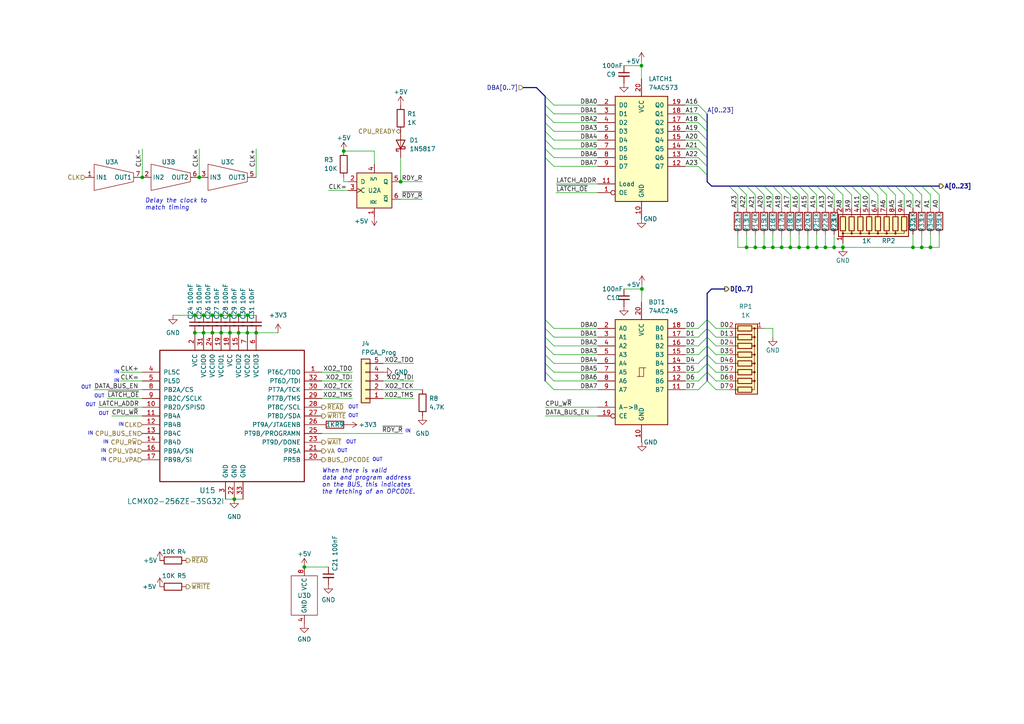
<source format=kicad_sch>
(kicad_sch (version 20211123) (generator eeschema)
  (paper "A4")
  (lib_symbols
    (symbol "74xx:74LS245" (pin_names (offset 1.016))
      (property "Reference" "U" (at -7.62 16.51 0))
      (property "Value" "74LS245" (at -7.62 -16.51 0))
      (symbol "74LS245_1_0"
        (pin input line (at -12.7 -10.16 0) (length 5.08) (name "A->B") (number "1"))
        (pin power_in line (at 0 -20.32 90) (length 5.08) (name "GND") (number "10"))
        (pin tri_state line (at 12.7 -5.08 180) (length 5.08) (name "B7") (number "11"))
        (pin tri_state line (at 12.7 -2.54 180) (length 5.08) (name "B6") (number "12"))
        (pin tri_state line (at 12.7 0 180) (length 5.08) (name "B5") (number "13"))
        (pin tri_state line (at 12.7 2.54 180) (length 5.08) (name "B4") (number "14"))
        (pin tri_state line (at 12.7 5.08 180) (length 5.08) (name "B3") (number "15"))
        (pin tri_state line (at 12.7 7.62 180) (length 5.08) (name "B2") (number "16"))
        (pin tri_state line (at 12.7 10.16 180) (length 5.08) (name "B1") (number "17"))
        (pin tri_state line (at 12.7 12.7 180) (length 5.08) (name "B0") (number "18"))
        (pin input inverted (at -12.7 -12.7 0) (length 5.08) (name "CE") (number "19"))
        (pin tri_state line (at -12.7 12.7 0) (length 5.08) (name "A0") (number "2"))
        (pin power_in line (at 0 20.32 270) (length 5.08) (name "VCC") (number "20"))
        (pin tri_state line (at -12.7 10.16 0) (length 5.08) (name "A1") (number "3"))
        (pin tri_state line (at -12.7 7.62 0) (length 5.08) (name "A2") (number "4"))
        (pin tri_state line (at -12.7 5.08 0) (length 5.08) (name "A3") (number "5"))
        (pin tri_state line (at -12.7 2.54 0) (length 5.08) (name "A4") (number "6"))
        (pin tri_state line (at -12.7 0 0) (length 5.08) (name "A5") (number "7"))
        (pin tri_state line (at -12.7 -2.54 0) (length 5.08) (name "A6") (number "8"))
        (pin tri_state line (at -12.7 -5.08 0) (length 5.08) (name "A7") (number "9"))
      )
    )
    (symbol "74xx:74LS573" (pin_names (offset 1.016))
      (property "Reference" "U" (at -7.62 16.51 0))
      (property "Value" "74LS573" (at -7.62 -16.51 0))
      (symbol "74LS573_1_0"
        (pin input inverted (at -12.7 -12.7 0) (length 5.08) (name "OE") (number "1"))
        (pin power_in line (at 0 -20.32 90) (length 5.08) (name "GND") (number "10"))
        (pin input line (at -12.7 -10.16 0) (length 5.08) (name "Load") (number "11"))
        (pin tri_state line (at 12.7 -5.08 180) (length 5.08) (name "Q7") (number "12"))
        (pin tri_state line (at 12.7 -2.54 180) (length 5.08) (name "Q6") (number "13"))
        (pin tri_state line (at 12.7 0 180) (length 5.08) (name "Q5") (number "14"))
        (pin tri_state line (at 12.7 2.54 180) (length 5.08) (name "Q4") (number "15"))
        (pin tri_state line (at 12.7 5.08 180) (length 5.08) (name "Q3") (number "16"))
        (pin tri_state line (at 12.7 7.62 180) (length 5.08) (name "Q2") (number "17"))
        (pin tri_state line (at 12.7 10.16 180) (length 5.08) (name "Q1") (number "18"))
        (pin tri_state line (at 12.7 12.7 180) (length 5.08) (name "Q0") (number "19"))
        (pin input line (at -12.7 12.7 0) (length 5.08) (name "D0") (number "2"))
        (pin power_in line (at 0 20.32 270) (length 5.08) (name "VCC") (number "20"))
        (pin input line (at -12.7 10.16 0) (length 5.08) (name "D1") (number "3"))
        (pin input line (at -12.7 7.62 0) (length 5.08) (name "D2") (number "4"))
        (pin input line (at -12.7 5.08 0) (length 5.08) (name "D3") (number "5"))
        (pin input line (at -12.7 2.54 0) (length 5.08) (name "D4") (number "6"))
        (pin input line (at -12.7 0 0) (length 5.08) (name "D5") (number "7"))
        (pin input line (at -12.7 -2.54 0) (length 5.08) (name "D6") (number "8"))
        (pin input line (at -12.7 -5.08 0) (length 5.08) (name "D7") (number "9"))
      )
    )
    (symbol "74xx:74LS74" (pin_names (offset 1.016))
      (property "Reference" "U" (at -7.62 8.89 0))
      (property "Value" "74LS74" (at -7.62 -8.89 0))
      (symbol "74LS74_1_0"
        (pin input line (at 0 -7.62 90) (length 2.54) (name "~{R}") (number "1"))
        (pin input line (at -7.62 2.54 0) (length 2.54) (name "D") (number "2"))
        (pin input clock (at -7.62 0 0) (length 2.54) (name "C") (number "3"))
        (pin input line (at 0 7.62 270) (length 2.54) (name "~{S}") (number "4"))
        (pin output line (at 7.62 2.54 180) (length 2.54) (name "Q") (number "5"))
        (pin output line (at 7.62 -2.54 180) (length 2.54) (name "~{Q}") (number "6"))
      )
      (symbol "74LS74_2_0"
        (pin input line (at 0 7.62 270) (length 2.54) (name "~{S}") (number "10"))
        (pin input clock (at -7.62 0 0) (length 2.54) (name "C") (number "11"))
        (pin input line (at -7.62 2.54 0) (length 2.54) (name "D") (number "12"))
        (pin input line (at 0 -7.62 90) (length 2.54) (name "~{R}") (number "13"))
        (pin output line (at 7.62 -2.54 180) (length 2.54) (name "~{Q}") (number "8"))
        (pin output line (at 7.62 2.54 180) (length 2.54) (name "Q") (number "9"))
      )
      (symbol "74LS74_3_0"
        (pin power_in line (at 0 10.16 270) (length 2.54) (name "VCC") (number "14"))
        (pin power_in line (at 0 -10.16 90) (length 2.54) (name "GND") (number "7"))
      )
    )
    (symbol "Connector_Generic:Conn_01x05" (pin_names (offset 1.016) hide)
      (property "Reference" "J" (at 0 7.62 0))
      (property "Value" "Conn_01x05" (at 0 -7.62 0))
      (symbol "Conn_01x05_1_1"
        (pin passive line (at -5.08 5.08 0) (length 3.81) (name "Pin_1") (number "1"))
        (pin passive line (at -5.08 2.54 0) (length 3.81) (name "Pin_2") (number "2"))
        (pin passive line (at -5.08 0 0) (length 3.81) (name "Pin_3") (number "3"))
        (pin passive line (at -5.08 -2.54 0) (length 3.81) (name "Pin_4") (number "4"))
        (pin passive line (at -5.08 -5.08 0) (length 3.81) (name "Pin_5") (number "5"))
      )
    )
    (symbol "Custom:DS1135Z"
      (property "Reference" "U" (at 0 6.35 0))
      (property "Value" "DS1135Z" (at 0 -5.08 0))
      (symbol "DS1135Z_1_1"
        (pin input line (at -7.62 0 0) (length 2.54) (name "IN1") (number "1"))
        (pin output line (at 8.89 0 180) (length 2.54) (name "OUT1") (number "7"))
      )
      (symbol "DS1135Z_2_1"
        (pin input line (at -7.62 0 0) (length 2.54) (name "IN2") (number "2"))
        (pin output line (at 8.89 0 180) (length 2.54) (name "OUT2") (number "6"))
      )
      (symbol "DS1135Z_3_1"
        (pin input line (at -7.62 0 0) (length 2.54) (name "IN3") (number "3"))
        (pin output line (at 8.89 0 180) (length 2.54) (name "OUT3") (number "5"))
      )
      (symbol "DS1135Z_4_1"
        (pin input line (at -8.255 0.635 0) (length 2.54) (name "GND") (number "4"))
        (pin input line (at 8.255 0.635 180) (length 2.54) (name "VCC") (number "8"))
      )
    )
    (symbol "Custom:﻿MachXO2-256-QFN32" (pin_names (offset 1.016))
      (property "Reference" "U" (at 8.89 24.13 0))
      (property "Value" "﻿MachXO2-256-QFN32" (at 8.89 21.59 0))
      (symbol "﻿MachXO2-256-QFN32_1_1"
        (pin bidirectional line (at 25.4 12.7 180) (length 5.08) (name "PT6C/TDO") (number "1"))
        (pin bidirectional line (at -26.67 2.54 0) (length 5.08) (name "PB2D/SPISO") (number "10"))
        (pin bidirectional line (at -26.67 0 0) (length 5.08) (name "PB4A") (number "11"))
        (pin bidirectional line (at -26.67 -2.54 0) (length 5.08) (name "PB4B") (number "12"))
        (pin bidirectional line (at -26.67 -5.08 0) (length 5.08) (name "PB4C") (number "13"))
        (pin bidirectional line (at -26.67 -7.62 0) (length 5.08) (name "PB4D") (number "14"))
        (pin bidirectional line (at 1.27 24.13 270) (length 5.08) (name "VCCIO2") (number "15"))
        (pin bidirectional line (at -26.67 -10.16 0) (length 5.08) (name "PB9A/SN") (number "16"))
        (pin bidirectional line (at -26.67 -12.7 0) (length 5.08) (name "PB9B/SI") (number "17"))
        (pin bidirectional line (at -1.27 24.13 270) (length 5.08) (name "VCC") (number "18"))
        (pin bidirectional line (at -3.81 24.13 270) (length 5.08) (name "VCCIO1") (number "19"))
        (pin bidirectional line (at -11.43 24.13 270) (length 5.08) (name "VCC") (number "2"))
        (pin bidirectional line (at 25.4 -12.7 180) (length 5.08) (name "PR5B") (number "20"))
        (pin bidirectional line (at 25.4 -10.16 180) (length 5.08) (name "PR5A") (number "21"))
        (pin bidirectional line (at 0 -24.13 90) (length 5.08) (name "GND") (number "22"))
        (pin bidirectional line (at 25.4 -7.62 180) (length 5.08) (name "PT9D/DONE") (number "23"))
        (pin bidirectional line (at -6.35 24.13 270) (length 5.08) (name "VCCIO0") (number "24"))
        (pin bidirectional line (at 25.4 -5.08 180) (length 5.08) (name "PT9B/PROGRAMN") (number "25"))
        (pin bidirectional line (at 25.4 -2.54 180) (length 5.08) (name "PT9A/JTAGENB") (number "26"))
        (pin bidirectional line (at 25.4 0 180) (length 5.08) (name "PT8D/SDA") (number "27"))
        (pin bidirectional line (at 25.4 2.54 180) (length 5.08) (name "PT8C/SCL") (number "28"))
        (pin bidirectional line (at 25.4 5.08 180) (length 5.08) (name "PT7B/TMS") (number "29"))
        (pin bidirectional line (at -2.54 -24.13 90) (length 5.08) (name "GND") (number "3"))
        (pin bidirectional line (at 25.4 7.62 180) (length 5.08) (name "PT7A/TCK") (number "30"))
        (pin bidirectional line (at -8.89 24.13 270) (length 5.08) (name "VCCIO0") (number "31"))
        (pin bidirectional line (at 25.4 10.16 180) (length 5.08) (name "PT6D/TDI") (number "32"))
        (pin passive line (at 2.54 -24.13 90) (length 5.08) (name "GND") (number "33"))
        (pin bidirectional line (at -26.67 12.7 0) (length 5.08) (name "PL5C") (number "4"))
        (pin bidirectional line (at -26.67 10.16 0) (length 5.08) (name "PL5D") (number "5"))
        (pin bidirectional line (at 6.35 24.13 270) (length 5.08) (name "VCCIO3") (number "6"))
        (pin bidirectional line (at 3.81 24.13 270) (length 5.08) (name "VCCIO2") (number "7"))
        (pin bidirectional line (at -26.67 7.62 0) (length 5.08) (name "PB2A/CS") (number "8"))
        (pin bidirectional line (at -26.67 5.08 0) (length 5.08) (name "PB2C/SCLK") (number "9"))
      )
    )
    (symbol "DS1135Z_1"
      (property "Reference" "U" (at 0 6.35 0))
      (property "Value" "DS1135Z_1" (at 0 -5.08 0))
      (symbol "DS1135Z_1_1_1"
        (pin input line (at -7.62 0 0) (length 2.54) (name "IN1") (number "1"))
        (pin output line (at 8.89 0 180) (length 2.54) (name "OUT1") (number "7"))
      )
      (symbol "DS1135Z_1_2_1"
        (pin input line (at -7.62 0 0) (length 2.54) (name "IN2") (number "2"))
        (pin output line (at 8.89 0 180) (length 2.54) (name "OUT2") (number "6"))
      )
      (symbol "DS1135Z_1_3_1"
        (pin input line (at -7.62 0 0) (length 2.54) (name "IN3") (number "3"))
        (pin output line (at 8.89 0 180) (length 2.54) (name "OUT3") (number "5"))
      )
      (symbol "DS1135Z_1_4_1"
        (pin input line (at -8.255 0.635 0) (length 2.54) (name "GND") (number "4"))
        (pin input line (at 8.255 0.635 180) (length 2.54) (name "VCC") (number "8"))
      )
    )
    (symbol "Device:C_Small" (pin_numbers hide) (pin_names (offset 0.254) hide)
      (property "Reference" "C" (at 0.254 1.778 0))
      (property "Value" "C_Small" (at 0.254 -2.032 0))
      (symbol "C_Small_1_1"
        (pin passive line (at 0 2.54 270) (length 2.032) (name "~") (number "1"))
        (pin passive line (at 0 -2.54 90) (length 2.032) (name "~") (number "2"))
      )
    )
    (symbol "Device:D_Schottky" (pin_numbers hide) (pin_names (offset 1.016) hide)
      (property "Reference" "D" (at 0 2.54 0))
      (property "Value" "D_Schottky" (at 0 -2.54 0))
      (symbol "D_Schottky_1_1"
        (pin passive line (at -3.81 0 0) (length 2.54) (name "K") (number "1"))
        (pin passive line (at 3.81 0 180) (length 2.54) (name "A") (number "2"))
      )
    )
    (symbol "Device:R" (pin_numbers hide) (pin_names (offset 0))
      (property "Reference" "R" (at 2.032 0 90))
      (property "Value" "R" (at 0 0 90))
      (symbol "R_1_1"
        (pin passive line (at 0 3.81 270) (length 1.27) (name "~") (number "1"))
        (pin passive line (at 0 -3.81 90) (length 1.27) (name "~") (number "2"))
      )
    )
    (symbol "Device:R_Network08" (pin_names (offset 0) hide)
      (property "Reference" "RN" (at -12.7 0 90))
      (property "Value" "R_Network08" (at 10.16 0 90))
      (symbol "R_Network08_1_1"
        (pin passive line (at -10.16 5.08 270) (length 2.54) (name "common") (number "1"))
        (pin passive line (at -10.16 -5.08 90) (length 1.27) (name "R1") (number "2"))
        (pin passive line (at -7.62 -5.08 90) (length 1.27) (name "R2") (number "3"))
        (pin passive line (at -5.08 -5.08 90) (length 1.27) (name "R3") (number "4"))
        (pin passive line (at -2.54 -5.08 90) (length 1.27) (name "R4") (number "5"))
        (pin passive line (at 0 -5.08 90) (length 1.27) (name "R5") (number "6"))
        (pin passive line (at 2.54 -5.08 90) (length 1.27) (name "R6") (number "7"))
        (pin passive line (at 5.08 -5.08 90) (length 1.27) (name "R7") (number "8"))
        (pin passive line (at 7.62 -5.08 90) (length 1.27) (name "R8") (number "9"))
      )
    )
    (symbol "power:+3.3V" (power) (pin_names (offset 0))
      (property "Value" "+3.3V" (at 0 3.556 0))
      (symbol "+3.3V_1_1"
        (pin power_in line (at 0 0 90) (length 0) hide (name "+3V3") (number "1"))
      )
    )
    (symbol "power:+5V" (power) (pin_names (offset 0))
      (property "Value" "+5V" (at 0 3.556 0))
      (symbol "+5V_1_1"
        (pin power_in line (at 0 0 90) (length 0) hide (name "+5V") (number "1"))
      )
    )
    (symbol "power:GND" (power) (pin_names (offset 0))
      (property "Value" "GND" (at 0 -3.81 0))
      (symbol "GND_1_1"
        (pin power_in line (at 0 0 270) (length 0) hide (name "GND") (number "1"))
      )
    )
  )
  (junction (at 57.785 51.435))
  (junction (at 99.695 43.815))
  (junction (at 56.515 96.52))
  (junction (at 226.695 71.755))
  (junction (at 229.235 71.755))
  (junction (at 61.595 96.52))
  (junction (at 116.205 52.705))
  (junction (at 224.155 71.755))
  (junction (at 264.795 71.755))
  (junction (at 41.275 51.435))
  (junction (at 66.675 91.44))
  (junction (at 69.215 96.52))
  (junction (at 67.945 144.78))
  (junction (at 88.265 164.465))
  (junction (at 69.215 91.44))
  (junction (at 234.315 71.755))
  (junction (at 66.675 96.52))
  (junction (at 71.755 91.44))
  (junction (at 236.855 71.755))
  (junction (at 56.515 91.44))
  (junction (at 64.135 91.44))
  (junction (at 216.535 71.755))
  (junction (at 267.335 71.755))
  (junction (at 59.055 91.44))
  (junction (at 231.775 71.755))
  (junction (at 61.595 91.44))
  (junction (at 74.295 96.52))
  (junction (at 59.055 96.52))
  (junction (at 244.475 71.755))
  (junction (at 64.135 96.52))
  (junction (at 219.075 71.755))
  (junction (at 186.055 19.05))
  (junction (at 239.395 71.755))
  (junction (at 269.875 71.755))
  (junction (at 221.615 71.755))
  (junction (at 71.755 96.52))
  (junction (at 241.935 71.755))
  (junction (at 186.182 83.82))
  (bus_entry (at 244.475 56.515) (size -2.54 -2.54))
  (bus_entry (at 160.655 110.49) (size -2.54 -2.54))
  (bus_entry (at 221.615 56.515) (size -2.54 -2.54))
  (bus_entry (at 160.655 35.56) (size -2.54 -2.54))
  (bus_entry (at 257.175 56.515) (size -2.54 -2.54))
  (bus_entry (at 160.655 95.25) (size -2.54 -2.54))
  (bus_entry (at 239.395 56.515) (size -2.54 -2.54))
  (bus_entry (at 202.565 107.95) (size 2.54 -2.54))
  (bus_entry (at 202.565 40.64) (size 2.54 2.54))
  (bus_entry (at 202.565 38.1) (size 2.54 2.54))
  (bus_entry (at 216.535 56.515) (size -2.54 -2.54))
  (bus_entry (at 202.565 48.26) (size 2.54 2.54))
  (bus_entry (at 207.645 102.87) (size -2.54 -2.54))
  (bus_entry (at 241.935 56.515) (size -2.54 -2.54))
  (bus_entry (at 207.645 95.25) (size -2.54 -2.54))
  (bus_entry (at 202.565 105.41) (size 2.54 -2.54))
  (bus_entry (at 249.555 56.515) (size -2.54 -2.54))
  (bus_entry (at 269.875 56.515) (size -2.54 -2.54))
  (bus_entry (at 160.655 48.26) (size -2.54 -2.54))
  (bus_entry (at 202.565 30.48) (size 2.54 2.54))
  (bus_entry (at 160.655 43.18) (size -2.54 -2.54))
  (bus_entry (at 272.415 56.515) (size -2.54 -2.54))
  (bus_entry (at 160.655 102.87) (size -2.54 -2.54))
  (bus_entry (at 160.655 105.41) (size -2.54 -2.54))
  (bus_entry (at 207.645 113.03) (size -2.54 -2.54))
  (bus_entry (at 234.315 56.515) (size -2.54 -2.54))
  (bus_entry (at 207.645 110.49) (size -2.54 -2.54))
  (bus_entry (at 259.715 56.515) (size -2.54 -2.54))
  (bus_entry (at 213.995 56.515) (size -2.54 -2.54))
  (bus_entry (at 160.655 38.1) (size -2.54 -2.54))
  (bus_entry (at 207.645 97.79) (size -2.54 -2.54))
  (bus_entry (at 247.015 56.515) (size -2.54 -2.54))
  (bus_entry (at 254.635 56.515) (size -2.54 -2.54))
  (bus_entry (at 202.565 45.72) (size 2.54 2.54))
  (bus_entry (at 202.565 113.03) (size 2.54 -2.54))
  (bus_entry (at 219.075 56.515) (size -2.54 -2.54))
  (bus_entry (at 236.855 56.515) (size -2.54 -2.54))
  (bus_entry (at 160.655 45.72) (size -2.54 -2.54))
  (bus_entry (at 226.695 56.515) (size -2.54 -2.54))
  (bus_entry (at 207.645 105.41) (size -2.54 -2.54))
  (bus_entry (at 202.565 35.56) (size 2.54 2.54))
  (bus_entry (at 202.565 95.25) (size 2.54 -2.54))
  (bus_entry (at 202.565 102.87) (size 2.54 -2.54))
  (bus_entry (at 160.655 113.03) (size -2.54 -2.54))
  (bus_entry (at 202.565 33.02) (size 2.54 2.54))
  (bus_entry (at 229.235 56.515) (size -2.54 -2.54))
  (bus_entry (at 160.655 100.33) (size -2.54 -2.54))
  (bus_entry (at 207.645 100.33) (size -2.54 -2.54))
  (bus_entry (at 224.155 56.515) (size -2.54 -2.54))
  (bus_entry (at 160.655 97.79) (size -2.54 -2.54))
  (bus_entry (at 160.655 30.48) (size -2.54 -2.54))
  (bus_entry (at 264.795 56.515) (size -2.54 -2.54))
  (bus_entry (at 160.655 40.64) (size -2.54 -2.54))
  (bus_entry (at 160.655 33.02) (size -2.54 -2.54))
  (bus_entry (at 202.565 110.49) (size 2.54 -2.54))
  (bus_entry (at 267.335 56.515) (size -2.54 -2.54))
  (bus_entry (at 202.565 100.33) (size 2.54 -2.54))
  (bus_entry (at 202.565 97.79) (size 2.54 -2.54))
  (bus_entry (at 252.095 56.515) (size -2.54 -2.54))
  (bus_entry (at 207.645 107.95) (size -2.54 -2.54))
  (bus_entry (at 160.655 107.95) (size -2.54 -2.54))
  (bus_entry (at 262.255 56.515) (size -2.54 -2.54))
  (bus_entry (at 231.775 56.515) (size -2.54 -2.54))
  (bus_entry (at 202.565 43.18) (size 2.54 2.54))
  (wire (pts (xy 61.595 96.52) (xy 64.135 96.52)))
  (wire (pts (xy 116.205 45.72) (xy 116.205 52.705)))
  (bus (pts (xy 158.115 97.79) (xy 158.115 95.25)))
  (wire (pts (xy 95.25 55.245) (xy 100.965 55.245)))
  (wire (pts (xy 224.155 95.25) (xy 224.155 97.79)))
  (wire (pts (xy 160.655 45.72) (xy 173.355 45.72)))
  (bus (pts (xy 269.875 53.975) (xy 272.415 53.975)))
  (bus (pts (xy 151.765 25.4) (xy 155.575 25.4)))
  (bus (pts (xy 205.105 92.71) (xy 205.105 85.09)))
  (bus (pts (xy 158.115 38.1) (xy 158.115 40.64)))
  (bus (pts (xy 206.375 83.82) (xy 210.185 83.82)))
  (wire (pts (xy 67.945 144.78) (xy 70.485 144.78)))
  (bus (pts (xy 252.095 53.975) (xy 254.635 53.975)))
  (wire (pts (xy 236.855 71.755) (xy 236.855 67.945)))
  (wire (pts (xy 234.315 60.325) (xy 234.315 56.515)))
  (wire (pts (xy 99.695 43.815) (xy 108.585 43.815)))
  (wire (pts (xy 216.535 60.325) (xy 216.535 56.515)))
  (bus (pts (xy 205.105 102.87) (xy 205.105 100.33)))
  (wire (pts (xy 198.755 100.33) (xy 202.565 100.33)))
  (bus (pts (xy 158.115 30.48) (xy 158.115 27.94)))
  (bus (pts (xy 221.615 53.975) (xy 224.155 53.975)))
  (bus (pts (xy 241.935 53.975) (xy 244.475 53.975)))
  (wire (pts (xy 252.095 60.325) (xy 252.095 56.515)))
  (wire (pts (xy 34.925 107.95) (xy 41.275 107.95)))
  (wire (pts (xy 244.475 60.325) (xy 244.475 56.515)))
  (wire (pts (xy 239.395 71.755) (xy 239.395 67.945)))
  (wire (pts (xy 186.055 17.78) (xy 186.055 19.05)))
  (wire (pts (xy 254.635 60.325) (xy 254.635 56.515)))
  (wire (pts (xy 211.455 102.87) (xy 207.645 102.87)))
  (wire (pts (xy 272.415 71.755) (xy 272.415 67.945)))
  (bus (pts (xy 158.115 102.87) (xy 158.115 100.33)))
  (wire (pts (xy 198.755 35.56) (xy 202.565 35.56)))
  (wire (pts (xy 241.935 60.325) (xy 241.935 56.515)))
  (wire (pts (xy 198.755 110.49) (xy 202.565 110.49)))
  (wire (pts (xy 93.345 113.03) (xy 102.235 113.03)))
  (wire (pts (xy 173.355 95.25) (xy 160.655 95.25)))
  (wire (pts (xy 28.575 118.11) (xy 41.275 118.11)))
  (bus (pts (xy 229.235 53.975) (xy 231.775 53.975)))
  (wire (pts (xy 173.355 102.87) (xy 160.655 102.87)))
  (wire (pts (xy 160.655 30.48) (xy 173.355 30.48)))
  (bus (pts (xy 234.315 53.975) (xy 236.855 53.975)))
  (wire (pts (xy 229.235 71.755) (xy 229.235 67.945)))
  (wire (pts (xy 269.875 71.755) (xy 269.875 67.945)))
  (bus (pts (xy 205.105 107.95) (xy 205.105 105.41)))
  (wire (pts (xy 56.515 91.44) (xy 59.055 91.44)))
  (wire (pts (xy 267.335 71.755) (xy 267.335 67.945)))
  (wire (pts (xy 71.755 91.44) (xy 74.295 91.44)))
  (wire (pts (xy 244.475 70.485) (xy 244.475 71.755)))
  (bus (pts (xy 158.115 107.95) (xy 158.115 105.41)))
  (bus (pts (xy 158.115 110.49) (xy 158.115 107.95)))
  (wire (pts (xy 272.415 60.325) (xy 272.415 56.515)))
  (wire (pts (xy 221.615 71.755) (xy 219.075 71.755)))
  (bus (pts (xy 158.115 35.56) (xy 158.115 38.1)))
  (bus (pts (xy 206.375 53.975) (xy 211.455 53.975)))
  (wire (pts (xy 267.335 60.325) (xy 267.335 56.515)))
  (bus (pts (xy 205.105 45.72) (xy 205.105 48.26)))
  (bus (pts (xy 262.255 53.975) (xy 264.795 53.975)))
  (wire (pts (xy 88.265 164.465) (xy 95.25 164.465)))
  (bus (pts (xy 158.115 45.72) (xy 158.115 92.71)))
  (wire (pts (xy 160.655 35.56) (xy 173.355 35.56)))
  (wire (pts (xy 247.015 60.325) (xy 247.015 56.515)))
  (bus (pts (xy 244.475 53.975) (xy 247.015 53.975)))
  (wire (pts (xy 264.795 71.755) (xy 264.795 67.945)))
  (bus (pts (xy 226.695 53.975) (xy 229.235 53.975)))
  (wire (pts (xy 241.935 71.755) (xy 239.395 71.755)))
  (wire (pts (xy 198.755 40.64) (xy 202.565 40.64)))
  (wire (pts (xy 64.135 96.52) (xy 66.675 96.52)))
  (wire (pts (xy 186.055 19.05) (xy 186.055 22.86)))
  (wire (pts (xy 116.205 52.705) (xy 122.555 52.705)))
  (wire (pts (xy 186.182 83.82) (xy 186.055 87.63)))
  (wire (pts (xy 69.215 91.44) (xy 71.755 91.44)))
  (wire (pts (xy 161.29 53.34) (xy 173.355 53.34)))
  (wire (pts (xy 224.155 71.755) (xy 221.615 71.755)))
  (bus (pts (xy 224.155 53.975) (xy 226.695 53.975)))
  (bus (pts (xy 158.115 40.64) (xy 158.115 43.18)))
  (wire (pts (xy 241.935 71.755) (xy 241.935 67.945)))
  (bus (pts (xy 249.555 53.975) (xy 252.095 53.975)))
  (wire (pts (xy 224.155 60.325) (xy 224.155 56.515)))
  (wire (pts (xy 56.515 96.52) (xy 59.055 96.52)))
  (wire (pts (xy 59.055 96.52) (xy 61.595 96.52)))
  (wire (pts (xy 93.345 125.73) (xy 116.84 125.73)))
  (wire (pts (xy 34.925 110.49) (xy 41.275 110.49)))
  (wire (pts (xy 186.182 82.55) (xy 186.182 83.82)))
  (wire (pts (xy 93.345 115.57) (xy 102.235 115.57)))
  (wire (pts (xy 173.355 100.33) (xy 160.655 100.33)))
  (wire (pts (xy 41.275 51.435) (xy 41.275 43.18)))
  (bus (pts (xy 211.455 53.975) (xy 213.995 53.975)))
  (bus (pts (xy 264.795 53.975) (xy 267.335 53.975)))
  (wire (pts (xy 158.115 120.65) (xy 173.355 120.65)))
  (wire (pts (xy 229.235 60.325) (xy 229.235 56.515)))
  (wire (pts (xy 120.015 110.49) (xy 111.125 110.49)))
  (wire (pts (xy 272.415 71.755) (xy 269.875 71.755)))
  (wire (pts (xy 161.29 55.88) (xy 173.355 55.88)))
  (wire (pts (xy 59.055 91.44) (xy 61.595 91.44)))
  (wire (pts (xy 50.165 91.44) (xy 56.515 91.44)))
  (wire (pts (xy 27.305 113.03) (xy 41.275 113.03)))
  (wire (pts (xy 198.755 30.48) (xy 202.565 30.48)))
  (bus (pts (xy 206.375 53.975) (xy 205.105 52.705)))
  (wire (pts (xy 257.175 60.325) (xy 257.175 56.515)))
  (wire (pts (xy 216.535 71.755) (xy 216.535 67.945)))
  (bus (pts (xy 158.115 27.94) (xy 155.575 25.4)))
  (bus (pts (xy 219.075 53.975) (xy 221.615 53.975)))
  (wire (pts (xy 180.975 83.82) (xy 186.182 83.82)))
  (bus (pts (xy 257.175 53.975) (xy 259.715 53.975)))
  (wire (pts (xy 211.455 113.03) (xy 207.645 113.03)))
  (wire (pts (xy 198.755 45.72) (xy 202.565 45.72)))
  (wire (pts (xy 66.675 91.44) (xy 69.215 91.44)))
  (wire (pts (xy 173.355 113.03) (xy 160.655 113.03)))
  (wire (pts (xy 213.995 71.755) (xy 213.995 67.945)))
  (bus (pts (xy 205.105 95.25) (xy 205.105 92.71)))
  (wire (pts (xy 198.755 107.95) (xy 202.565 107.95)))
  (wire (pts (xy 267.335 71.755) (xy 264.795 71.755)))
  (wire (pts (xy 160.655 43.18) (xy 173.355 43.18)))
  (wire (pts (xy 269.875 71.755) (xy 267.335 71.755)))
  (wire (pts (xy 71.755 96.52) (xy 74.295 96.52)))
  (wire (pts (xy 236.855 71.755) (xy 234.315 71.755)))
  (wire (pts (xy 264.795 60.325) (xy 264.795 56.515)))
  (wire (pts (xy 160.655 38.1) (xy 173.355 38.1)))
  (wire (pts (xy 219.075 71.755) (xy 216.535 71.755)))
  (bus (pts (xy 158.115 33.02) (xy 158.115 30.48)))
  (wire (pts (xy 61.595 91.44) (xy 64.135 91.44)))
  (wire (pts (xy 231.775 71.755) (xy 229.235 71.755)))
  (wire (pts (xy 269.875 60.325) (xy 269.875 56.515)))
  (wire (pts (xy 234.315 71.755) (xy 231.775 71.755)))
  (bus (pts (xy 205.105 100.33) (xy 205.105 97.79)))
  (wire (pts (xy 244.475 71.755) (xy 241.935 71.755)))
  (bus (pts (xy 247.015 53.975) (xy 249.555 53.975)))
  (wire (pts (xy 93.345 110.49) (xy 102.235 110.49)))
  (bus (pts (xy 158.115 43.18) (xy 158.115 45.72)))
  (wire (pts (xy 219.075 71.755) (xy 219.075 67.945)))
  (bus (pts (xy 205.105 38.1) (xy 205.105 40.64)))
  (wire (pts (xy 173.355 110.49) (xy 160.655 110.49)))
  (wire (pts (xy 66.675 96.52) (xy 69.215 96.52)))
  (wire (pts (xy 249.555 60.325) (xy 249.555 56.515)))
  (wire (pts (xy 231.775 60.325) (xy 231.775 56.515)))
  (wire (pts (xy 198.755 43.18) (xy 202.565 43.18)))
  (wire (pts (xy 211.455 97.79) (xy 207.645 97.79)))
  (bus (pts (xy 205.105 43.18) (xy 205.105 45.72)))
  (wire (pts (xy 116.205 57.785) (xy 122.555 57.785)))
  (wire (pts (xy 198.755 105.41) (xy 202.565 105.41)))
  (wire (pts (xy 213.995 60.325) (xy 213.995 56.515)))
  (wire (pts (xy 216.535 71.755) (xy 213.995 71.755)))
  (bus (pts (xy 158.115 95.25) (xy 158.115 92.71)))
  (wire (pts (xy 198.755 113.03) (xy 202.565 113.03)))
  (wire (pts (xy 65.405 144.78) (xy 67.945 144.78)))
  (wire (pts (xy 198.755 97.79) (xy 202.565 97.79)))
  (wire (pts (xy 158.115 118.11) (xy 173.355 118.11)))
  (wire (pts (xy 229.235 71.755) (xy 226.695 71.755)))
  (wire (pts (xy 93.345 107.95) (xy 102.235 107.95)))
  (wire (pts (xy 259.715 60.325) (xy 259.715 56.515)))
  (wire (pts (xy 69.215 96.52) (xy 71.755 96.52)))
  (bus (pts (xy 205.105 35.56) (xy 205.105 38.1)))
  (wire (pts (xy 186.055 128.27) (xy 186.182 128.27)))
  (wire (pts (xy 160.655 40.64) (xy 173.355 40.64)))
  (wire (pts (xy 231.775 71.755) (xy 231.775 67.945)))
  (wire (pts (xy 211.455 107.95) (xy 207.645 107.95)))
  (wire (pts (xy 99.695 52.705) (xy 100.965 52.705)))
  (wire (pts (xy 221.615 71.755) (xy 221.615 67.945)))
  (wire (pts (xy 74.295 51.435) (xy 74.295 43.18)))
  (wire (pts (xy 32.385 120.65) (xy 41.275 120.65)))
  (wire (pts (xy 57.785 51.435) (xy 57.785 43.18)))
  (bus (pts (xy 259.715 53.975) (xy 262.255 53.975)))
  (bus (pts (xy 205.105 85.09) (xy 206.375 83.82)))
  (bus (pts (xy 239.395 53.975) (xy 241.935 53.975)))
  (wire (pts (xy 211.455 95.25) (xy 207.645 95.25)))
  (wire (pts (xy 219.075 60.325) (xy 219.075 56.515)))
  (wire (pts (xy 239.395 60.325) (xy 239.395 56.515)))
  (bus (pts (xy 205.105 33.02) (xy 205.105 35.56)))
  (wire (pts (xy 111.125 113.03) (xy 122.555 113.03)))
  (bus (pts (xy 158.115 105.41) (xy 158.115 102.87)))
  (bus (pts (xy 158.115 33.02) (xy 158.115 35.56)))
  (bus (pts (xy 205.105 48.26) (xy 205.105 50.8)))
  (wire (pts (xy 226.695 60.325) (xy 226.695 56.515)))
  (bus (pts (xy 216.535 53.975) (xy 219.075 53.975)))
  (wire (pts (xy 160.655 48.26) (xy 173.355 48.26)))
  (wire (pts (xy 173.355 97.79) (xy 160.655 97.79)))
  (wire (pts (xy 74.295 96.52) (xy 80.645 96.52)))
  (wire (pts (xy 160.655 33.02) (xy 173.355 33.02)))
  (bus (pts (xy 254.635 53.975) (xy 257.175 53.975)))
  (wire (pts (xy 198.755 33.02) (xy 202.565 33.02)))
  (wire (pts (xy 198.755 95.25) (xy 202.565 95.25)))
  (bus (pts (xy 267.335 53.975) (xy 269.875 53.975)))
  (bus (pts (xy 213.995 53.975) (xy 216.535 53.975)))
  (wire (pts (xy 173.355 105.41) (xy 160.655 105.41)))
  (wire (pts (xy 198.755 102.87) (xy 202.565 102.87)))
  (wire (pts (xy 120.015 115.57) (xy 111.125 115.57)))
  (wire (pts (xy 236.855 60.325) (xy 236.855 56.515)))
  (wire (pts (xy 234.315 71.755) (xy 234.315 67.945)))
  (bus (pts (xy 205.105 97.79) (xy 205.105 95.25)))
  (wire (pts (xy 244.475 71.755) (xy 264.795 71.755)))
  (wire (pts (xy 99.695 51.435) (xy 99.695 52.705)))
  (wire (pts (xy 226.695 71.755) (xy 224.155 71.755)))
  (wire (pts (xy 31.115 115.57) (xy 41.275 115.57)))
  (wire (pts (xy 64.135 91.44) (xy 66.675 91.44)))
  (wire (pts (xy 198.755 48.26) (xy 202.565 48.26)))
  (wire (pts (xy 173.355 107.95) (xy 160.655 107.95)))
  (wire (pts (xy 224.155 71.755) (xy 224.155 67.945)))
  (wire (pts (xy 211.455 100.33) (xy 207.645 100.33)))
  (wire (pts (xy 221.615 95.25) (xy 224.155 95.25)))
  (bus (pts (xy 158.115 100.33) (xy 158.115 97.79)))
  (wire (pts (xy 211.455 105.41) (xy 207.645 105.41)))
  (wire (pts (xy 226.695 71.755) (xy 226.695 67.945)))
  (bus (pts (xy 205.105 40.64) (xy 205.105 43.18)))
  (bus (pts (xy 205.105 105.41) (xy 205.105 102.87)))
  (wire (pts (xy 120.015 105.41) (xy 111.125 105.41)))
  (wire (pts (xy 239.395 71.755) (xy 236.855 71.755)))
  (wire (pts (xy 198.755 38.1) (xy 202.565 38.1)))
  (wire (pts (xy 211.455 110.49) (xy 207.645 110.49)))
  (bus (pts (xy 231.775 53.975) (xy 234.315 53.975)))
  (wire (pts (xy 221.615 60.325) (xy 221.615 56.515)))
  (wire (pts (xy 108.585 43.815) (xy 108.585 47.625)))
  (bus (pts (xy 236.855 53.975) (xy 239.395 53.975)))
  (wire (pts (xy 180.975 19.05) (xy 186.055 19.05)))
  (bus (pts (xy 205.105 52.705) (xy 205.105 50.8)))
  (bus (pts (xy 205.105 110.49) (xy 205.105 107.95)))
  (wire (pts (xy 262.255 60.325) (xy 262.255 56.515)))
  (text "OUT" (at 100.965 121.285 0) (effects (font (size 1 1)) (justify left bottom)))
  (text "OUT" (at 24.765 118.11 0) (effects (font (size 1 1)) (justify left bottom)))
  (text "OUT" (at 23.495 113.03 0) (effects (font (size 1 1)) (justify left bottom)))
  (text "OUT" (at 27.305 115.57 0) (effects (font (size 1 1)) (justify left bottom)))
  (text "IN" (at 29.21 133.985 0) (effects (font (size 1 1)) (justify left bottom)))
  (text "IN" (at 29.845 128.905 0) (effects (font (size 1 1)) (justify left bottom)))
  (text "IN" (at 34.29 123.825 0) (effects (font (size 1 1)) (justify left bottom)))
  (text "OUT" (at 28.575 120.65 0) (effects (font (size 1 1)) (justify left bottom)))
  (text "OUT" (at 107.95 133.985 0) (effects (font (size 1 1)) (justify left bottom)))
  (text "IN" (at 33.02 108.585 0) (effects (font (size 1 1)) (justify left bottom)))
  (text "IN" (at 25.4 126.365 0) (effects (font (size 1 1)) (justify left bottom)))
  (text "IN" (at 29.21 131.445 0) (effects (font (size 1 1)) (justify left bottom)))
  (text "OUT" (at 100.33 128.905 0) (effects (font (size 1 1)) (justify left bottom)))
  (text "Delay the clock to\nmatch timing" (at 42.037 61.087 0) (effects (font (size 1.27 1.27) italic) (justify left bottom)))
  (text "When there is valid  \ndata and program address \non the BUS, this indicates\nthe fetching of an OPCODE." (at 93.345 143.51 0) (effects (font (size 1.27 1.27) italic) (justify left bottom)))
  (text "OUT" (at 97.79 131.445 0) (effects (font (size 1 1)) (justify left bottom)))
  (text "IN" (at 33.02 111.125 0) (effects (font (size 1 1)) (justify left bottom)))
  (text "OUT" (at 100.965 118.745 0) (effects (font (size 1 1)) (justify left bottom)))
  (text "IN" (at 117.475 125.73 0) (effects (font (size 1 1)) (justify left bottom)))
  (label "A21" (at 219.075 60.325 90))
  (label "A17" (at 198.755 33.02 0))
  (label "CLK+" (at 74.295 43.18 270))
  (label "XO2_TDI" (at 120.015 110.49 180))
  (label "DBA2" (at 168.275 100.33 0))
  (label "A23" (at 198.755 48.26 0))
  (label "DBA7" (at 168.275 113.03 0))
  (label "D6" (at 211.455 110.49 180))
  (label "~{RDY_R}" (at 122.555 57.785 180))
  (label "DBA2" (at 168.275 35.56 0))
  (label "D7" (at 211.455 113.03 180))
  (label "A16" (at 231.775 60.325 90))
  (label "D5" (at 198.882 107.95 0))
  (label "D0" (at 211.455 95.25 180))
  (label "CLK+" (at 34.925 107.95 0))
  (label "DBA1" (at 168.275 33.02 0))
  (label "~{LATCH_OE}" (at 31.115 115.57 0))
  (label "A13" (at 239.395 60.325 90))
  (label "D4" (at 211.455 105.41 180))
  (label "XO2_TCK" (at 102.235 113.03 180))
  (label "LATCH_ADDR" (at 28.575 118.11 0))
  (label "A3" (at 264.795 60.325 90))
  (label "A10" (at 252.095 60.325 90))
  (label "D0" (at 198.882 95.25 0))
  (label "~{LATCH_OE}" (at 161.29 55.88 0))
  (label "DBA4" (at 168.275 105.41 0))
  (label "A21" (at 198.755 43.18 0))
  (label "A19" (at 198.755 38.1 0))
  (label "DBA5" (at 168.275 107.95 0))
  (label "A14" (at 236.855 60.325 90))
  (label "A2" (at 267.335 60.325 90))
  (label "A19" (at 224.155 60.325 90))
  (label "CLK=" (at 57.785 43.18 270))
  (label "XO2_TMS" (at 120.015 115.57 180))
  (label "D2" (at 211.455 100.33 180))
  (label "D7" (at 198.882 113.03 0))
  (label "A20" (at 198.755 40.64 0))
  (label "LATCH_ADDR" (at 161.29 53.34 0))
  (label "XO2_TMS" (at 102.235 115.57 180))
  (label "A11" (at 249.555 60.325 90))
  (label "DBA0" (at 168.275 95.25 0))
  (label "A16" (at 198.755 30.48 0))
  (label "DBA4" (at 168.275 40.64 0))
  (label "CPU_W~{R}" (at 158.115 118.11 0))
  (label "~{RDY_R}" (at 116.84 125.73 180))
  (label "A4" (at 262.255 60.325 90))
  (label "A9" (at 247.015 60.325 90))
  (label "DBA5" (at 168.275 43.18 0))
  (label "DATA_BUS_EN" (at 158.115 120.65 0))
  (label "CLK-" (at 41.275 43.18 270))
  (label "D3" (at 198.882 102.87 0))
  (label "A18" (at 198.755 35.56 0))
  (label "A0" (at 272.415 60.325 90))
  (label "A[0..23]" (at 205.105 33.02 0))
  (label "D5" (at 211.455 107.95 180))
  (label "A15" (at 234.315 60.325 90))
  (label "A23" (at 213.995 60.325 90))
  (label "A5" (at 259.715 60.325 90))
  (label "A22" (at 198.755 45.72 0))
  (label "DATA_BUS_EN" (at 27.305 113.03 0))
  (label "D6" (at 198.882 110.49 0))
  (label "A17" (at 229.235 60.325 90))
  (label "XO2_TDO" (at 120.015 105.41 180))
  (label "A1" (at 269.875 60.325 90))
  (label "D1" (at 211.455 97.79 180))
  (label "XO2_TDO" (at 102.235 107.95 180))
  (label "XO2_TCK" (at 120.015 113.03 180))
  (label "DBA1" (at 168.275 97.79 0))
  (label "D2" (at 198.882 100.33 0))
  (label "A8" (at 244.475 60.325 90))
  (label "CLK=" (at 34.925 110.49 0))
  (label "A12" (at 241.935 60.325 90))
  (label "DBA3" (at 168.275 38.1 0))
  (label "CPU_W~{R}" (at 32.385 120.65 0))
  (label "DBA3" (at 168.275 102.87 0))
  (label "XO2_TDI" (at 102.235 110.49 180))
  (label "A22" (at 216.535 60.325 90))
  (label "D1" (at 198.882 97.79 0))
  (label "DBA7" (at 168.275 48.26 0))
  (label "D3" (at 211.455 102.87 180))
  (label "A20" (at 221.615 60.325 90))
  (label "CLK=" (at 95.25 55.245 0))
  (label "DBA6" (at 168.275 45.72 0))
  (label "A6" (at 257.175 60.325 90))
  (label "D4" (at 198.882 105.41 0))
  (label "DBA0" (at 168.275 30.48 0))
  (label "A7" (at 254.635 60.325 90))
  (label "RDY_R" (at 122.555 52.705 180))
  (label "A18" (at 226.695 60.325 90))
  (label "DBA6" (at 168.275 110.49 0))
  (hierarchical_label "D[0..7]" (shape output) (at 210.185 83.82 0) (effects (font (thickness 0.254) bold)))
  (hierarchical_label "BUS_OPCODE" (shape output) (at 93.345 133.35 0))
  (hierarchical_label "~{READ}" (shape output) (at 93.345 118.11 0))
  (hierarchical_label "~{READ}" (shape output) (at 53.975 162.56 0))
  (hierarchical_label "~{WRITE}" (shape output) (at 53.975 170.18 0))
  (hierarchical_label "DBA[0..7]" (shape input) (at 151.765 25.4 180))
  (hierarchical_label "CPU_BUS_EN" (shape input) (at 41.275 125.73 180))
  (hierarchical_label "CPU_R~{W}" (shape input) (at 41.275 128.27 180))
  (hierarchical_label "CLK" (shape input) (at 41.275 123.19 180))
  (hierarchical_label "CPU_READY" (shape bidirectional) (at 116.205 38.1 180))
  (hierarchical_label "~{WAIT}" (shape output) (at 93.345 128.27 0))
  (hierarchical_label "~{WRITE}" (shape output) (at 93.345 120.65 0))
  (hierarchical_label "CLK" (shape input) (at 24.765 51.435 180))
  (hierarchical_label "CPU_VPA" (shape input) (at 41.275 133.35 180))
  (hierarchical_label "CPU_VDA" (shape input) (at 41.275 130.81 180))
  (hierarchical_label "A[0..23]" (shape output) (at 272.415 53.975 0) (effects (font (thickness 0.254) bold)))
  (hierarchical_label "VA" (shape output) (at 93.345 130.81 0))
  (symbol (lib_id "Custom:DS1135Z") (at 88.9 172.72 90) (unit 4)
    (property "Reference" "U3" (at 88.265 172.72 90))
    (property "Value" "DS1135Z-6+" (effects hide))
    (property "Footprint" "Package_SO:SO-8_5.3x6.2mm_P1.27mm" (effects hide))
    (property "Datasheet" "https://datasheets.maximintegrated.com/en/ds/DS1135.pdf" (effects hide))
  )
  (symbol (lib_id "power:+5V") (at 186.055 17.78 0) (unit 1)
    (property "Reference" "#PWR032" (effects hide))
    (property "Value" "+5V" (at 183.515 17.78 0))
  )
  (symbol (lib_id "Device:C_Small") (at 180.975 21.59 0) (unit 1)
    (property "Reference" "C9" (at 175.895 21.59 0) (effects (justify left)))
    (property "Value" "100nF" (at 174.625 19.05 0) (effects (justify left)))
    (property "Footprint" "Capacitor_SMD:C_1206_3216Metric_Pad1.33x1.80mm_HandSolder" (effects hide))
  )
  (symbol (lib_id "Device:R") (at 234.315 64.135 180) (unit 1)
    (property "Reference" "R20" (at 234.315 65.405 90))
    (property "Value" "1K" (at 234.315 62.865 90))
    (property "Footprint" "Resistor_SMD:R_0603_1608Metric" (effects hide))
  )
  (symbol (lib_id "Connector_Generic:Conn_01x05") (at 106.045 110.49 180) (unit 1)
    (property "Reference" "J4" (at 104.775 99.695 0) (effects (justify right)))
    (property "Value" "FPGA_Prog" (at 104.775 102.235 0) (effects (justify right)))
    (property "Footprint" "Connector_PinHeader_1.00mm:PinHeader_1x05_P1.00mm_Vertical" (effects hide))
  )
  (symbol (lib_id "Device:C_Small") (at 69.215 93.98 0) (unit 1)
    (property "Reference" "C29" (at 67.945 92.71 90) (effects (justify left)))
    (property "Value" "10nF" (at 67.945 88.265 90) (effects (justify left)))
    (property "Footprint" "Capacitor_SMD:C_0603_1608Metric" (effects hide))
  )
  (symbol (lib_id "Device:R") (at 221.615 64.135 180) (unit 1)
    (property "Reference" "R15" (at 221.615 65.405 90))
    (property "Value" "1K" (at 221.615 62.865 90))
    (property "Footprint" "Resistor_SMD:R_0603_1608Metric" (effects hide))
  )
  (symbol (lib_id "Device:R") (at 219.075 64.135 180) (unit 1)
    (property "Reference" "R14" (at 219.075 65.405 90))
    (property "Value" "1K" (at 219.075 62.865 90))
    (property "Footprint" "Resistor_SMD:R_0603_1608Metric" (effects hide))
  )
  (symbol (lib_id "Device:R") (at 97.155 123.19 90) (unit 1)
    (property "Reference" "R9" (at 98.425 123.19 90))
    (property "Value" "1K" (at 95.885 123.19 90))
    (property "Footprint" "Resistor_SMD:R_0402_1005Metric" (effects hide))
  )
  (symbol (lib_id "Device:R") (at 241.935 64.135 180) (unit 1)
    (property "Reference" "R23" (at 241.935 65.405 90))
    (property "Value" "1K" (at 241.935 62.865 90))
    (property "Footprint" "Resistor_SMD:R_0603_1608Metric" (effects hide))
  )
  (symbol (lib_id "Device:C_Small") (at 180.975 86.36 0) (unit 1)
    (property "Reference" "C10" (at 175.895 86.36 0) (effects (justify left)))
    (property "Value" "100nF" (at 174.625 83.82 0) (effects (justify left)))
    (property "Footprint" "Capacitor_SMD:C_1206_3216Metric_Pad1.33x1.80mm_HandSolder" (effects hide))
  )
  (symbol (lib_id "Device:R") (at 50.165 170.18 90) (unit 1)
    (property "Reference" "R5" (at 52.705 167.005 90))
    (property "Value" "10K" (at 48.895 167.005 90))
    (property "Footprint" "Resistor_SMD:R_1206_3216Metric_Pad1.30x1.75mm_HandSolder" (effects hide))
  )
  (symbol (lib_id "Device:R_Network08") (at 254.635 65.405 0) (mirror x) (unit 1)
    (property "Reference" "RP2" (at 259.715 69.85 0) (effects (justify right)))
    (property "Value" "1K" (at 252.73 69.85 0) (effects (justify right)))
    (property "Footprint" "Resistor_THT:R_Array_SIP9" (effects hide))
    (property "Datasheet" "http://www.vishay.com/docs/31509/csc.pdf" (effects hide))
  )
  (symbol (lib_id "Device:R") (at 226.695 64.135 180) (unit 1)
    (property "Reference" "R17" (at 226.695 65.405 90))
    (property "Value" "1K" (at 226.695 62.865 90))
    (property "Footprint" "Resistor_SMD:R_0603_1608Metric" (effects hide))
  )
  (symbol (lib_id "Device:D_Schottky") (at 116.205 41.91 90) (unit 1)
    (property "Reference" "D1" (at 118.745 40.64 90) (effects (justify right)))
    (property "Value" "1N5817" (at 126.365 43.18 90) (effects (justify left)))
    (property "Footprint" "Diode_THT:D_A-405_P7.62mm_Horizontal" (effects hide))
  )
  (symbol (lib_id "Device:C_Small") (at 59.055 93.98 0) (unit 1)
    (property "Reference" "C25" (at 57.785 92.71 90) (effects (justify left)))
    (property "Value" "100nF" (at 57.785 88.265 90) (effects (justify left)))
    (property "Footprint" "Capacitor_SMD:C_0603_1608Metric" (effects hide))
  )
  (symbol (lib_id "Device:C_Small") (at 61.595 93.98 0) (unit 1)
    (property "Reference" "C26" (at 60.325 92.71 90) (effects (justify left)))
    (property "Value" "100nF" (at 60.325 88.265 90) (effects (justify left)))
    (property "Footprint" "Capacitor_SMD:C_0603_1608Metric" (effects hide))
  )
  (symbol (lib_id "Device:C_Small") (at 95.25 167.005 0) (unit 1)
    (property "Reference" "C21" (at 97.155 165.735 90) (effects (justify left)))
    (property "Value" "100nF" (at 97.155 161.29 90) (effects (justify left)))
    (property "Footprint" "Capacitor_SMD:C_0603_1608Metric" (effects hide))
  )
  (symbol (lib_name "DS1135Z_1") (lib_id "Custom:DS1135Z") (at 32.385 51.435 0) (unit 1)
    (property "Reference" "U3" (at 32.385 46.99 0))
    (property "Value" "DS1135Z-6+" (effects hide))
    (property "Footprint" "Package_SO:SO-8_5.3x6.2mm_P1.27mm" (effects hide))
    (property "Datasheet" "https://datasheets.maximintegrated.com/en/ds/DS1135.pdf" (effects hide))
  )
  (symbol (lib_id "Custom:DS1135Z") (at 65.405 51.435 0) (unit 3)
    (property "Reference" "U3" (at 66.04 46.99 0))
    (property "Value" "DS1135Z-6+" (effects hide))
    (property "Footprint" "Package_SO:SO-8_5.3x6.2mm_P1.27mm" (effects hide))
    (property "Datasheet" "https://datasheets.maximintegrated.com/en/ds/DS1135.pdf" (effects hide))
  )
  (symbol (lib_id "Device:R") (at 264.795 64.135 180) (unit 1)
    (property "Reference" "R32" (at 264.795 65.405 90))
    (property "Value" "1K" (at 264.795 62.865 90))
    (property "Footprint" "Resistor_SMD:R_0603_1608Metric" (effects hide))
  )
  (symbol (lib_id "Device:R") (at 216.535 64.135 180) (unit 1)
    (property "Reference" "R13" (at 216.535 65.405 90))
    (property "Value" "1K" (at 216.535 62.865 90))
    (property "Footprint" "Resistor_SMD:R_0603_1608Metric" (effects hide))
  )
  (symbol (lib_id "power:GND") (at 88.265 180.975 0) (unit 1)
    (property "Reference" "#PWR0147" (effects hide))
    (property "Value" "GND" (at 88.265 185.42 0))
  )
  (symbol (lib_id "Device:R") (at 116.205 34.29 0) (unit 1)
    (property "Reference" "R1" (at 118.11 33.02 0) (effects (justify left)))
    (property "Value" "1K" (at 118.11 35.56 0) (effects (justify left)))
    (property "Footprint" "Resistor_SMD:R_0603_1608Metric" (effects hide))
  )
  (symbol (lib_id "Custom:DS1135Z") (at 48.895 51.435 0) (unit 2)
    (property "Reference" "U3" (at 48.895 46.99 0))
    (property "Value" "DS1135Z-6+" (effects hide))
    (property "Footprint" "Package_SO:SO-8_5.3x6.2mm_P1.27mm" (effects hide))
    (property "Datasheet" "https://datasheets.maximintegrated.com/en/ds/DS1135.pdf" (effects hide))
  )
  (symbol (lib_id "Device:R") (at 239.395 64.135 180) (unit 1)
    (property "Reference" "R22" (at 239.395 65.405 90))
    (property "Value" "1K" (at 239.395 62.865 90))
    (property "Footprint" "Resistor_SMD:R_0603_1608Metric" (effects hide))
  )
  (symbol (lib_id "power:+5V") (at 108.585 62.865 180) (unit 1)
    (property "Reference" "#PWR016" (effects hide))
    (property "Value" "+5V" (at 104.775 64.135 0))
  )
  (symbol (lib_id "power:GND") (at 50.165 91.44 0) (unit 1)
    (property "Reference" "#PWR056" (effects hide))
    (property "Value" "GND" (at 50.165 96.52 0))
  )
  (symbol (lib_id "power:GND") (at 95.25 169.545 0) (unit 1)
    (property "Reference" "#PWR0146" (effects hide))
    (property "Value" "GND" (at 95.25 173.99 0))
  )
  (symbol (lib_id "power:+5V") (at 88.265 164.465 0) (unit 1)
    (property "Reference" "#PWR0145" (effects hide))
    (property "Value" "+5V" (at 88.265 160.655 0))
  )
  (symbol (lib_id "power:+5V") (at 99.695 43.815 0) (unit 1)
    (property "Reference" "#PWR0127" (effects hide))
    (property "Value" "+5V" (at 99.695 40.005 0))
  )
  (symbol (lib_id "Device:R") (at 122.555 116.84 0) (unit 1)
    (property "Reference" "R8" (at 124.46 115.57 0) (effects (justify left)))
    (property "Value" "4.7K" (at 124.46 118.11 0) (effects (justify left)))
    (property "Footprint" "Resistor_SMD:R_0603_1608Metric" (effects hide))
  )
  (symbol (lib_id "power:GND") (at 186.055 63.5 0) (unit 1)
    (property "Reference" "#PWR033" (effects hide))
    (property "Value" "GND" (at 188.595 63.5 0))
  )
  (symbol (lib_id "power:+3.3V") (at 80.645 96.52 0) (unit 1)
    (property "Reference" "#PWR058" (effects hide))
    (property "Value" "+3.3V" (at 80.645 91.44 0))
  )
  (symbol (lib_id "power:GND") (at 122.555 120.65 0) (unit 1)
    (property "Reference" "#PWR060" (effects hide))
    (property "Value" "GND" (at 122.555 125.73 0))
  )
  (symbol (lib_id "power:GND") (at 244.475 71.755 0) (mirror y) (unit 1)
    (property "Reference" "#PWR026" (effects hide))
    (property "Value" "GND" (at 244.475 75.565 0))
  )
  (symbol (lib_id "Device:R") (at 229.235 64.135 180) (unit 1)
    (property "Reference" "R18" (at 229.235 65.405 90))
    (property "Value" "1K" (at 229.235 62.865 90))
    (property "Footprint" "Resistor_SMD:R_0603_1608Metric" (effects hide))
  )
  (symbol (lib_id "74xx:74LS573") (at 186.055 43.18 0) (unit 1)
    (property "Reference" "LATCH1" (at 188.0744 22.86 0) (effects (justify left)))
    (property "Value" "74AC573" (at 188.0744 25.4 0) (effects (justify left)))
    (property "Footprint" "Package_SO:TSSOP-20_4.4x6.5mm_P0.65mm" (effects hide))
    (property "Datasheet" "https://www.mouser.com/datasheet/2/308/74ac573-1190290.pdf" (effects hide))
  )
  (symbol (lib_id "Device:R") (at 267.335 64.135 180) (unit 1)
    (property "Reference" "R33" (at 267.335 65.405 90))
    (property "Value" "1K" (at 267.335 62.865 90))
    (property "Footprint" "Resistor_SMD:R_0603_1608Metric" (effects hide))
  )
  (symbol (lib_id "power:+3.3V") (at 100.965 123.19 270) (unit 1)
    (property "Reference" "#PWR0142" (effects hide))
    (property "Value" "+3.3V" (at 106.68 123.19 90))
  )
  (symbol (lib_id "Device:C_Small") (at 66.675 93.98 0) (unit 1)
    (property "Reference" "C28" (at 65.405 92.71 90) (effects (justify left)))
    (property "Value" "100nF" (at 65.405 88.265 90) (effects (justify left)))
    (property "Footprint" "Capacitor_SMD:C_0603_1608Metric" (effects hide))
  )
  (symbol (lib_id "power:GND") (at 186.182 128.27 0) (unit 1)
    (property "Reference" "#PWR035" (effects hide))
    (property "Value" "GND" (at 188.722 128.27 0))
  )
  (symbol (lib_id "power:GND") (at 180.975 88.9 0) (unit 1)
    (property "Reference" "#PWR031" (effects hide))
    (property "Value" "GND" (effects hide))
  )
  (symbol (lib_id "power:GND") (at 67.945 144.78 0) (unit 1)
    (property "Reference" "#PWR057" (effects hide))
    (property "Value" "GND" (at 67.945 149.86 0))
  )
  (symbol (lib_id "74xx:74LS245") (at 186.055 107.95 0) (unit 1)
    (property "Reference" "BDT1" (at 188.0744 87.63 0) (effects (justify left)))
    (property "Value" "74AC245" (at 188.0744 90.17 0) (effects (justify left)))
    (property "Footprint" "Package_SO:TSSOP-20_4.4x6.5mm_P0.65mm" (effects hide))
    (property "Datasheet" "https://www.mouser.com/datasheet/2/149/74AC245-1006490.pdf" (effects hide))
  )
  (symbol (lib_id "Device:R_Network08") (at 216.535 105.41 270) (unit 1)
    (property "Reference" "RP1" (at 216.281 88.9 90))
    (property "Value" "1K" (at 216.281 91.44 90))
    (property "Footprint" "Resistor_THT:R_Array_SIP9" (effects hide))
    (property "Datasheet" "http://www.vishay.com/docs/31509/csc.pdf" (effects hide))
  )
  (symbol (lib_id "power:+5V") (at 116.205 30.48 0) (unit 1)
    (property "Reference" "#PWR022" (effects hide))
    (property "Value" "+5V" (at 116.205 26.67 0))
  )
  (symbol (lib_id "Device:C_Small") (at 74.295 93.98 0) (unit 1)
    (property "Reference" "C31" (at 73.025 92.71 90) (effects (justify left)))
    (property "Value" "10nF" (at 73.025 88.265 90) (effects (justify left)))
    (property "Footprint" "Capacitor_SMD:C_0603_1608Metric" (effects hide))
  )
  (symbol (lib_id "Device:R") (at 213.995 64.135 180) (unit 1)
    (property "Reference" "R12" (at 213.995 65.405 90))
    (property "Value" "1K" (at 213.995 62.865 90))
    (property "Footprint" "Resistor_SMD:R_0603_1608Metric" (effects hide))
  )
  (symbol (lib_id "power:+5V") (at 46.355 162.56 0) (unit 1)
    (property "Reference" "#PWR0143" (effects hide))
    (property "Value" "+5V" (at 43.561 162.56 0))
  )
  (symbol (lib_id "power:+5V") (at 46.355 170.18 0) (unit 1)
    (property "Reference" "#PWR0144" (effects hide))
    (property "Value" "+5V" (at 43.307 170.18 0))
  )
  (symbol (lib_id "Device:R") (at 231.775 64.135 180) (unit 1)
    (property "Reference" "R19" (at 231.775 65.405 90))
    (property "Value" "1K" (at 231.775 62.865 90))
    (property "Footprint" "Resistor_SMD:R_0603_1608Metric" (effects hide))
  )
  (symbol (lib_id "Device:R") (at 224.155 64.135 180) (unit 1)
    (property "Reference" "R16" (at 224.155 65.405 90))
    (property "Value" "1K" (at 224.155 62.865 90))
    (property "Footprint" "Resistor_SMD:R_0603_1608Metric" (effects hide))
  )
  (symbol (lib_id "Device:R") (at 272.415 64.135 180) (unit 1)
    (property "Reference" "R35" (at 272.415 65.405 90))
    (property "Value" "1K" (at 272.415 62.865 90))
    (property "Footprint" "Resistor_SMD:R_0603_1608Metric" (effects hide))
  )
  (symbol (lib_id "Device:R") (at 269.875 64.135 180) (unit 1)
    (property "Reference" "R34" (at 269.875 65.405 90))
    (property "Value" "1K" (at 269.875 62.865 90))
    (property "Footprint" "Resistor_SMD:R_0603_1608Metric" (effects hide))
  )
  (symbol (lib_id "power:GND") (at 111.125 107.95 90) (unit 1)
    (property "Reference" "#PWR059" (effects hide))
    (property "Value" "GND" (at 114.3 107.9499 90) (effects (justify right)))
  )
  (symbol (lib_id "Device:C_Small") (at 71.755 93.98 0) (unit 1)
    (property "Reference" "C30" (at 70.485 92.71 90) (effects (justify left)))
    (property "Value" "10nF" (at 70.485 88.265 90) (effects (justify left)))
    (property "Footprint" "Capacitor_SMD:C_0603_1608Metric" (effects hide))
  )
  (symbol (lib_id "Device:R") (at 99.695 47.625 0) (unit 1)
    (property "Reference" "R3" (at 93.98 46.355 0) (effects (justify left)))
    (property "Value" "10K" (at 93.98 48.895 0) (effects (justify left)))
    (property "Footprint" "Resistor_SMD:R_1206_3216Metric_Pad1.30x1.75mm_HandSolder" (effects hide))
  )
  (symbol (lib_id "Device:C_Small") (at 56.515 93.98 0) (unit 1)
    (property "Reference" "C24" (at 55.245 92.71 90) (effects (justify left)))
    (property "Value" "100nF" (at 55.245 88.265 90) (effects (justify left)))
    (property "Footprint" "Capacitor_SMD:C_0603_1608Metric" (effects hide))
  )
  (symbol (lib_id "Custom:﻿MachXO2-256-QFN32") (at 67.945 120.65 0) (unit 1)
    (property "Reference" "U15" (at 57.785 142.24 0) (effects (font (size 1.524 1.524)) (justify left)))
    (property "Value" "LCMXO2-256ZE-3SG32I" (at 36.83 145.415 0) (effects (font (size 1.524 1.524)) (justify left)))
    (property "Footprint" "Package_DFN_QFN:QFN-32-1EP_5x5mm_P0.5mm_EP3.1x3.1mm" (effects hide))
    (property "Datasheet" "https://www.latticesemi.com/view_document?document_id=38834" (effects hide))
  )
  (symbol (lib_id "power:+5V") (at 186.182 82.55 0) (unit 1)
    (property "Reference" "#PWR034" (effects hide))
    (property "Value" "+5V" (at 183.642 82.55 0))
  )
  (symbol (lib_id "Device:R") (at 236.855 64.135 180) (unit 1)
    (property "Reference" "R21" (at 236.855 65.405 90))
    (property "Value" "1K" (at 236.855 62.865 90))
    (property "Footprint" "Resistor_SMD:R_0603_1608Metric" (effects hide))
  )
  (symbol (lib_id "Device:R") (at 50.165 162.56 90) (unit 1)
    (property "Reference" "R4" (at 52.705 160.02 90))
    (property "Value" "10K" (at 48.895 160.02 90))
    (property "Footprint" "Resistor_SMD:R_1206_3216Metric_Pad1.30x1.75mm_HandSolder" (effects hide))
  )
  (symbol (lib_id "74xx:74LS74") (at 108.585 55.245 0) (unit 1)
    (property "Reference" "U2" (at 106.68 55.245 0) (effects (justify left)))
    (property "Value" "74AHC74" (effects hide))
    (property "Footprint" "Package_SO:TSSOP-14_4.4x5mm_P0.65mm" (effects hide))
    (property "Datasheet" "https://assets.nexperia.com/documents/data-sheet/74AHC_AHCT74.pdf" (effects hide))
  )
  (symbol (lib_id "power:GND") (at 224.155 97.79 0) (unit 1)
    (property "Reference" "#PWR037" (effects hide))
    (property "Value" "GND" (at 224.155 101.6 0))
  )
  (symbol (lib_id "power:GND") (at 180.975 24.13 0) (unit 1)
    (property "Reference" "#PWR030" (effects hide))
  )
  (symbol (lib_id "Device:C_Small") (at 64.135 93.98 0) (unit 1)
    (property "Reference" "C27" (at 62.865 92.71 90) (effects (justify left)))
    (property "Value" "10nF" (at 62.865 88.265 90) (effects (justify left)))
    (property "Footprint" "Capacitor_SMD:C_0603_1608Metric" (effects hide))
  )
)
</source>
